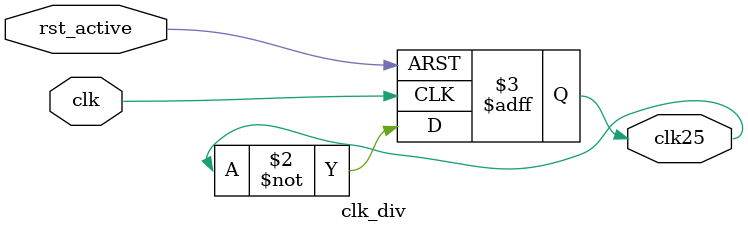
<source format=sv>
module clk_div (
    input logic clk,
    input logic rst_active,
    output logic clk25
);

    always_ff @(posedge clk or posedge rst_active) begin
        if (rst_active)
            clk25 <= 0;
        else
            clk25 <= ~clk25;
    end

endmodule

</source>
